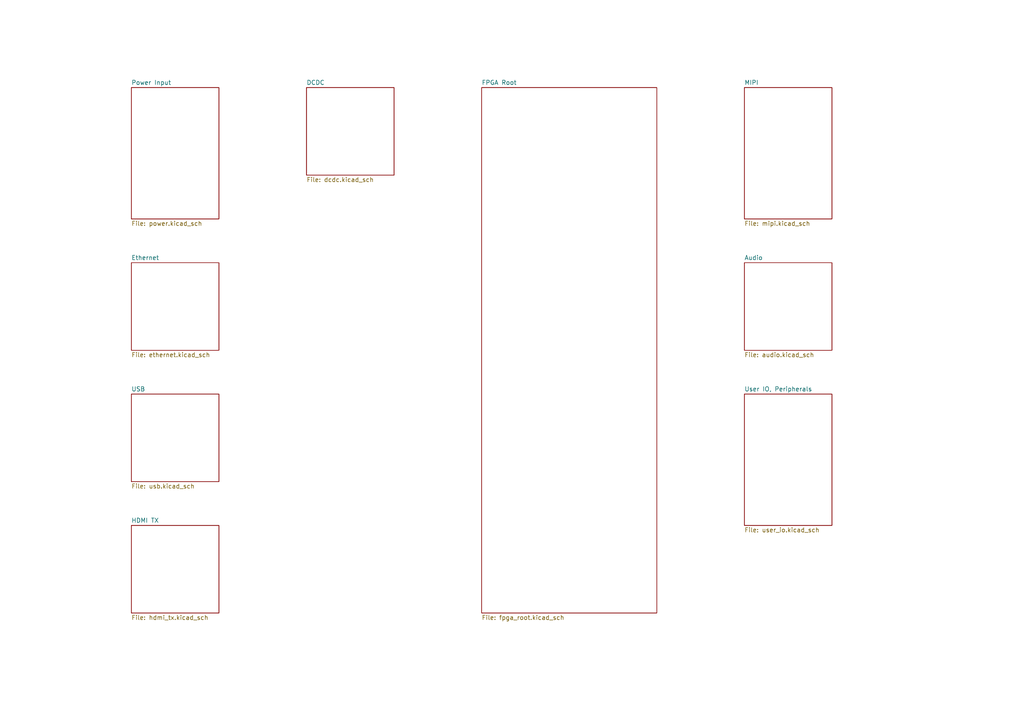
<source format=kicad_sch>
(kicad_sch (version 20231120) (generator "eeschema") (generator_version "8.0")
  (paper "A4")
  (lib_symbols
    (symbol "Device:C_Small" (pin_numbers hide) (pin_names (offset 0.254) hide)
      (property "Reference" "C" (at 0.254 1.778 0))
      (property "Value" "C_Small" (at 0.254 -2.032 0))
      (symbol "C_Small_0_1"
        (polyline (pts (xy -1.524 -0.508) (xy 1.524 -0.508)) (stroke (width 0.3302)))
        (polyline (pts (xy -1.524 0.508) (xy 1.524 0.508)) (stroke (width 0.3048)))
      )
      (symbol "C_Small_1_1"
        (pin passive line (at 0 2.54 270) (length 2.032) (name "~") (number "1"))
        (pin passive line (at 0 -2.54 90) (length 2.032) (name "~") (number "2"))
      )
    )
    (symbol "Device:FerriteBead_Small" (pin_numbers hide) (pin_names (offset 0))
      (property "Reference" "FB" (at 1.905 1.27 0))
      (property "Value" "FerriteBead_Small" (at 1.905 -1.27 0))
      (symbol "FerriteBead_Small_0_1"
        (polyline (pts (xy 0 -1.27) (xy 0 -0.7874)))
        (polyline (pts (xy 0 0.889) (xy 0 1.2954)))
        (polyline (pts (xy -1.8288 0.2794) (xy -1.1176 1.4986) (xy 1.8288 -0.2032) (xy 1.1176 -1.4224) (xy -1.8288 0.2794)))
      )
      (symbol "FerriteBead_Small_1_1"
        (pin passive line (at 0 2.54 270) (length 1.27) (name "~") (number "1"))
        (pin passive line (at 0 -2.54 90) (length 1.27) (name "~") (number "2"))
      )
    )
    (symbol "Device:R_Small" (pin_numbers hide) (pin_names (offset 0.254) hide)
      (property "Reference" "R" (at 0.762 0.508 0))
      (property "Value" "R_Small" (at 0.762 -1.016 0))
      (symbol "R_Small_0_1"
        (rectangle (start -0.762 1.778) (end 0.762 -1.778) (stroke (width 0.2032)))
      )
      (symbol "R_Small_1_1"
        (pin passive line (at 0 2.54 270) (length 0.762) (name "~") (number "1"))
        (pin passive line (at 0 -2.54 90) (length 0.762) (name "~") (number "2"))
      )
    )
    (symbol "power:+1V0" (power) (pin_numbers hide) (pin_names (offset 0) hide)
      (property "Value" "+1V0" (at 0 3.556 0))
      (symbol "+1V0_0_1"
        (polyline (pts (xy -0.762 1.27) (xy 0 2.54)))
        (polyline (pts (xy 0 0) (xy 0 2.54)))
        (polyline (pts (xy 0 2.54) (xy 0.762 1.27)))
      )
      (symbol "+1V0_1_1"
        (pin power_in line (at 0 0 90) (length 0) (name "~") (number "1"))
      )
    )
    (symbol "power:+1V2" (power) (pin_numbers hide) (pin_names (offset 0) hide)
      (property "Value" "+1V2" (at 0 3.556 0))
      (symbol "+1V2_0_1"
        (polyline (pts (xy -0.762 1.27) (xy 0 2.54)))
        (polyline (pts (xy 0 0) (xy 0 2.54)))
        (polyline (pts (xy 0 2.54) (xy 0.762 1.27)))
      )
      (symbol "+1V2_1_1"
        (pin power_in line (at 0 0 90) (length 0) (name "~") (number "1"))
      )
    )
    (symbol "power:+1V35" (power) (pin_numbers hide) (pin_names (offset 0) hide)
      (property "Value" "+1V35" (at 0 3.556 0))
      (symbol "+1V35_0_1"
        (polyline (pts (xy -0.762 1.27) (xy 0 2.54)))
        (polyline (pts (xy 0 0) (xy 0 2.54)))
        (polyline (pts (xy 0 2.54) (xy 0.762 1.27)))
      )
      (symbol "+1V35_1_1"
        (pin power_in line (at 0 0 90) (length 0) (name "~") (number "1"))
      )
    )
    (symbol "power:+1V8" (power) (pin_numbers hide) (pin_names (offset 0) hide)
      (property "Value" "+1V8" (at 0 3.556 0))
      (symbol "+1V8_0_1"
        (polyline (pts (xy -0.762 1.27) (xy 0 2.54)))
        (polyline (pts (xy 0 0) (xy 0 2.54)))
        (polyline (pts (xy 0 2.54) (xy 0.762 1.27)))
      )
      (symbol "+1V8_1_1"
        (pin power_in line (at 0 0 90) (length 0) (name "~") (number "1"))
      )
    )
    (symbol "power:+3V3" (power) (pin_numbers hide) (pin_names (offset 0) hide)
      (property "Value" "+3V3" (at 0 3.556 0))
      (symbol "+3V3_0_1"
        (polyline (pts (xy -0.762 1.27) (xy 0 2.54)))
        (polyline (pts (xy 0 0) (xy 0 2.54)))
        (polyline (pts (xy 0 2.54) (xy 0.762 1.27)))
      )
      (symbol "+3V3_1_1"
        (pin power_in line (at 0 0 90) (length 0) (name "~") (number "1"))
      )
    )
    (symbol "power:+5V" (power) (pin_numbers hide) (pin_names (offset 0) hide)
      (property "Value" "+5V" (at 0 3.556 0))
      (symbol "+5V_0_1"
        (polyline (pts (xy -0.762 1.27) (xy 0 2.54)))
        (polyline (pts (xy 0 0) (xy 0 2.54)))
        (polyline (pts (xy 0 2.54) (xy 0.762 1.27)))
      )
      (symbol "+5V_1_1"
        (pin power_in line (at 0 0 90) (length 0) (name "~") (number "1"))
      )
    )
    (symbol "power:VBUS" (power) (pin_numbers hide) (pin_names (offset 0) hide)
      (property "Value" "VBUS" (at 0 3.556 0))
      (symbol "VBUS_0_1"
        (polyline (pts (xy -0.762 1.27) (xy 0 2.54)))
        (polyline (pts (xy 0 0) (xy 0 2.54)))
        (polyline (pts (xy 0 2.54) (xy 0.762 1.27)))
      )
      (symbol "VBUS_1_1"
        (pin power_in line (at 0 0 90) (length 0) (name "~") (number "1"))
      )
    )
  )
  (symbol (lib_id "power:VBUS") (at 123.19 -35.56 90) (unit 1)
    (property "Reference" "#PWR027" (effects (hide yes)))
    (property "Value" "VBUS" (at 119.38 -35.5601 90) (effects (justify left)))
    (property "Description" "Power symbol creates a global label with name \"VBUS\"" (effects (hide yes)))
  )
  (symbol (lib_id "power:+5V") (at 123.19 -31.75 90) (unit 1)
    (property "Reference" "#PWR028" (effects (hide yes)))
    (property "Value" "+5V" (at 119.38 -31.7501 90) (effects (justify left)))
    (property "Description" "Power symbol creates a global label with name \"+5V\"" (effects (hide yes)))
  )
  (symbol (lib_id "Device:FerriteBead_Small") (at 133.35 -49.53 90) (unit 1)
    (property "Reference" "FB4" (at 133.3119 -55.88 90))
    (property "Value" "Ferret 600R" (at 133.3119 -53.34 90))
    (property "Description" "Ferrite bead, small symbol" (effects (hide yes)))
  )
  (symbol (lib_id "Device:R_Small") (at 147.32 -34.29 0) (unit 1)
    (property "Reference" "R13" (at 149.86 -35.5601 0) (effects (justify left)))
    (property "Value" "49R9" (at 149.86 -33.0201 0) (effects (justify left)))
    (property "Footprint" "otter:R_0402" (effects (hide yes)))
    (property "Description" "Resistor, small symbol" (effects (hide yes)))
  )
  (symbol (lib_id "power:+1V8") (at 123.19 -46.99 90) (unit 1)
    (property "Reference" "#PWR024" (effects (hide yes)))
    (property "Value" "+1V8" (at 119.38 -46.9901 90) (effects (justify left)))
    (property "Description" "Power symbol creates a global label with name \"+1V8\"" (effects (hide yes)))
  )
  (symbol (lib_id "power:+1V35") (at 123.19 -50.8 90) (unit 1)
    (property "Reference" "#PWR023" (effects (hide yes)))
    (property "Value" "+1V35" (at 119.38 -50.8001 90) (effects (justify left)))
    (property "Description" "Power symbol creates a global label with name \"+1V35\"" (effects (hide yes)))
  )
  (symbol (lib_id "Device:C_Small") (at 138.43 -41.91 0) (unit 1)
    (property "Reference" "C14" (at 140.97 -43.1738 0) (effects (justify left)))
    (property "Value" "4u7" (at 140.97 -40.6338 0) (effects (justify left)))
    (property "Footprint" "otter:C_0603" (effects (hide yes)))
    (property "Description" "Unpolarized capacitor, small symbol" (effects (hide yes)))
  )
  (symbol (lib_id "power:+1V8") (at 123.19 -43.18 90) (unit 1)
    (property "Reference" "#PWR025" (effects (hide yes)))
    (property "Value" "+1VA8" (at 119.38 -43.1801 90) (effects (justify left)))
    (property "Description" "Power symbol creates a global label with name \"+1V8\"" (effects (hide yes)))
  )
  (symbol (lib_id "Device:C_Small") (at 129.54 -41.91 0) (unit 1)
    (property "Reference" "C13" (at 132.08 -43.1738 0) (effects (justify left)))
    (property "Value" "47u" (at 132.08 -40.6338 0) (effects (justify left)))
    (property "Footprint" "otter:C_0805" (effects (hide yes)))
    (property "Description" "Unpolarized capacitor, small symbol" (effects (hide yes)))
  )
  (symbol (lib_id "Device:R_Small") (at 138.43 -34.29 0) (unit 1)
    (property "Reference" "R12" (at 140.97 -35.5601 0) (effects (justify left)))
    (property "Value" "10" (at 140.97 -33.0201 0) (effects (justify left)))
    (property "Footprint" "otter:R_0402" (effects (hide yes)))
    (property "Description" "Resistor, small symbol" (effects (hide yes)))
  )
  (symbol (lib_id "Device:R_Small") (at 158.75 -34.29 0) (unit 1)
    (property "Reference" "R14" (at 161.29 -35.5601 0) (effects (justify left)))
    (property "Value" "5k1" (at 161.29 -33.0201 0) (effects (justify left)))
    (property "Footprint" "otter:R_0402" (effects (hide yes)))
    (property "Description" "Resistor, small symbol" (effects (hide yes)))
  )
  (symbol (lib_id "Device:C_Small") (at 167.64 -41.91 0) (unit 1)
    (property "Reference" "C17" (at 170.18 -43.1738 0) (effects (justify left)))
    (property "Value" "18p" (at 170.18 -40.6338 0) (effects (justify left)))
    (property "Footprint" "otter:C_0402" (effects (hide yes)))
    (property "Description" "Unpolarized capacitor, small symbol" (effects (hide yes)))
  )
  (symbol (lib_id "Device:R_Small") (at 129.54 -34.29 0) (unit 1)
    (property "Reference" "R11" (at 132.08 -35.5601 0) (effects (justify left)))
    (property "Value" "0" (at 132.08 -33.0201 0) (effects (justify left)))
    (property "Footprint" "otter:R_0402" (effects (hide yes)))
    (property "Description" "Resistor, small symbol" (effects (hide yes)))
  )
  (symbol (lib_id "Device:R_Small") (at 167.64 -34.29 0) (unit 1)
    (property "Reference" "R15" (at 170.18 -35.5601 0) (effects (justify left)))
    (property "Value" "1M" (at 170.18 -33.0201 0) (effects (justify left)))
    (property "Footprint" "otter:R_0603" (effects (hide yes)))
    (property "Description" "Resistor, small symbol" (effects (hide yes)))
  )
  (symbol (lib_id "power:+1V2") (at 123.19 -54.61 90) (unit 1)
    (property "Reference" "#PWR022" (effects (hide yes)))
    (property "Value" "+1V2" (at 119.38 -54.6101 90) (effects (justify left)))
    (property "Description" "Power symbol creates a global label with name \"+1V2\"" (effects (hide yes)))
  )
  (symbol (lib_id "Device:C_Small") (at 147.32 -41.91 0) (unit 1)
    (property "Reference" "C15" (at 149.86 -43.1738 0) (effects (justify left)))
    (property "Value" "220n" (at 149.86 -40.6338 0) (effects (justify left)))
    (property "Footprint" "otter:C_0402" (effects (hide yes)))
    (property "Description" "Unpolarized capacitor, small symbol" (effects (hide yes)))
  )
  (symbol (lib_id "Device:C_Small") (at 158.75 -41.91 0) (unit 1)
    (property "Reference" "C16" (at 161.29 -43.1738 0) (effects (justify left)))
    (property "Value" "1n" (at 161.29 -40.6338 0) (effects (justify left)))
    (property "Footprint" "otter:C_0603" (effects (hide yes)))
    (property "Description" "Unpolarized capacitor, small symbol" (effects (hide yes)))
  )
  (symbol (lib_id "power:+3V3") (at 123.19 -39.37 90) (unit 1)
    (property "Reference" "#PWR026" (effects (hide yes)))
    (property "Value" "+3V3" (at 119.38 -39.3701 90) (effects (justify left)))
    (property "Description" "Power symbol creates a global label with name \"+3V3\"" (effects (hide yes)))
  )
  (symbol (lib_id "power:+1V0") (at 123.19 -58.42 90) (unit 1)
    (property "Reference" "#PWR021" (effects (hide yes)))
    (property "Value" "+1V0" (at 119.38 -58.4201 90) (effects (justify left)))
    (property "Description" "Power symbol creates a global label with name \"+1V0\"" (effects (hide yes)))
  )
  (sheet (at 215.9 114.3) (size 25.4 38.1) (stroke (width 0.1524))
    (property "Sheetname" "User IO, Peripherals" (at 215.9 113.5884 0) (effects (justify left bottom)))
    (property "Sheetfile" "user_io.kicad_sch" (at 215.9 152.9846 0) (effects (justify left top)))
  )
  (sheet (at 38.1 152.4) (size 25.4 25.4) (stroke (width 0.1524))
    (property "Sheetname" "HDMI TX" (at 38.1 151.6884 0) (effects (justify left bottom)))
    (property "Sheetfile" "hdmi_tx.kicad_sch" (at 38.1 178.3846 0) (effects (justify left top)))
  )
  (sheet (at 38.1 114.3) (size 25.4 25.4) (stroke (width 0.1524))
    (property "Sheetname" "USB" (at 38.1 113.5884 0) (effects (justify left bottom)))
    (property "Sheetfile" "usb.kicad_sch" (at 38.1 140.2846 0) (effects (justify left top)))
  )
  (sheet (at 139.7 25.4) (size 50.8 152.4) (stroke (width 0.1524))
    (property "Sheetname" "FPGA Root" (at 139.7 24.6884 0) (effects (justify left bottom)))
    (property "Sheetfile" "fpga_root.kicad_sch" (at 139.7 178.3846 0) (effects (justify left top)))
  )
  (sheet (at 215.9 25.4) (size 25.4 38.1) (stroke (width 0.1524))
    (property "Sheetname" "MIPI" (at 215.9 24.6884 0) (effects (justify left bottom)))
    (property "Sheetfile" "mipi.kicad_sch" (at 215.9 64.0846 0) (effects (justify left top)))
  )
  (sheet (at 215.9 76.2) (size 25.4 25.4) (stroke (width 0.1524))
    (property "Sheetname" "Audio" (at 215.9 75.4884 0) (effects (justify left bottom)))
    (property "Sheetfile" "audio.kicad_sch" (at 215.9 102.1846 0) (effects (justify left top)))
  )
  (sheet (at 88.9 25.4) (size 25.4 25.4) (stroke (width 0.1524))
    (property "Sheetname" "DCDC" (at 88.9 24.6884 0) (effects (justify left bottom)))
    (property "Sheetfile" "dcdc.kicad_sch" (at 88.9 51.3846 0) (effects (justify left top)))
  )
  (sheet (at 38.1 76.2) (size 25.4 25.4) (stroke (width 0.1524))
    (property "Sheetname" "Ethernet" (at 38.1 75.4884 0) (effects (justify left bottom)))
    (property "Sheetfile" "ethernet.kicad_sch" (at 38.1 102.1846 0) (effects (justify left top)))
  )
  (sheet (at 38.1 25.4) (size 25.4 38.1) (stroke (width 0.1524))
    (property "Sheetname" "Power Input" (at 38.1 24.6884 0) (effects (justify left bottom)))
    (property "Sheetfile" "power.kicad_sch" (at 38.1 64.0846 0) (effects (justify left top)))
  )
)
</source>
